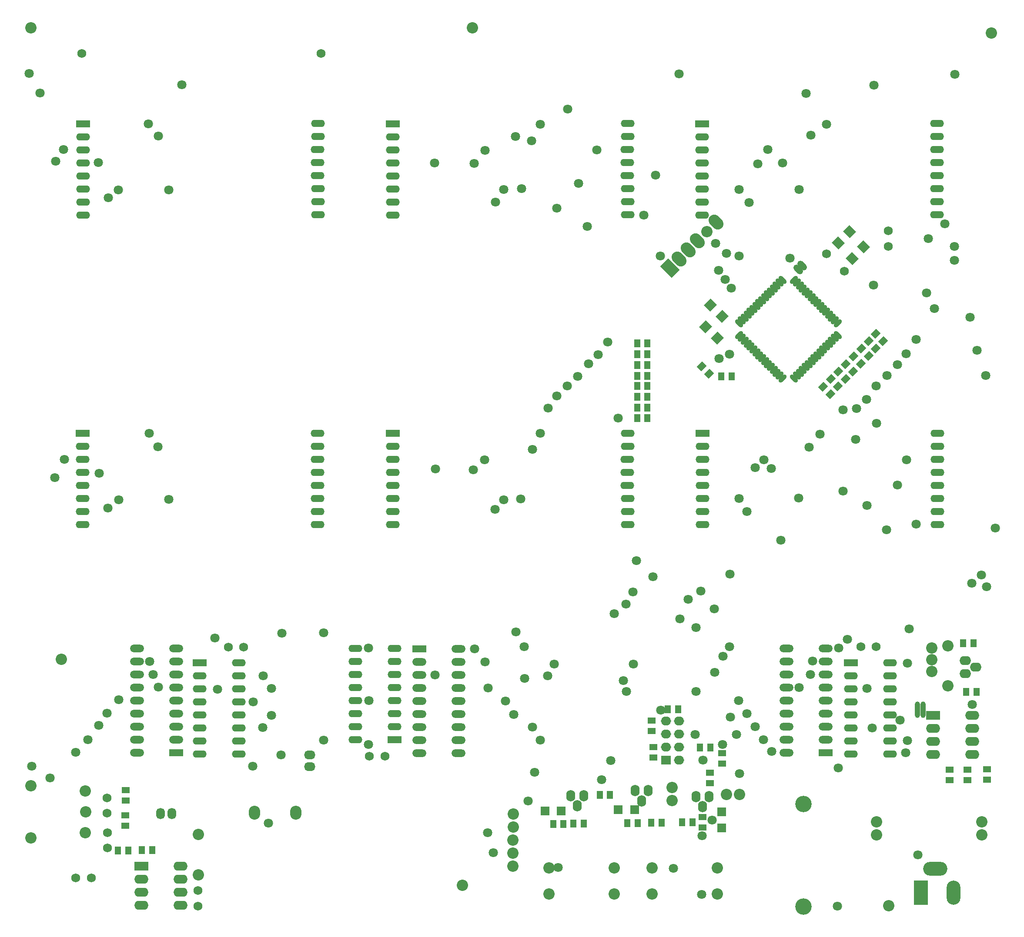
<source format=gbs>
G04*
G04 #@! TF.GenerationSoftware,Altium Limited,Altium Designer,23.3.1 (30)*
G04*
G04 Layer_Color=16711935*
%FSLAX44Y44*%
%MOMM*%
G71*
G04*
G04 #@! TF.SameCoordinates,CBA1B8D9-47E8-49AD-825A-66903E3D66A9*
G04*
G04*
G04 #@! TF.FilePolarity,Negative*
G04*
G01*
G75*
%ADD30C,1.7272*%
%ADD31C,2.2032*%
%ADD32O,1.7032X2.2032*%
%ADD33O,1.7272X2.2352*%
%ADD34R,1.9812X1.7272*%
%ADD35O,1.9812X1.7272*%
%ADD36O,1.0032X3.2032*%
%ADD37O,2.2352X1.7272*%
%ADD38O,2.2032X1.7032*%
%ADD39O,2.7432X1.7272*%
%ADD40R,2.7432X1.7272*%
%ADD41O,2.2032X2.7032*%
%ADD42O,2.7032X4.7032*%
%ADD43R,2.7032X4.7032*%
%ADD44O,4.7032X2.7032*%
%ADD45O,2.7032X1.4032*%
%ADD46R,2.7032X1.4032*%
%ADD47O,2.7432X1.4732*%
%ADD48R,2.7432X1.4732*%
%ADD49C,3.2032*%
G04:AMPARAMS|DCode=50|XSize=1.2032mm|YSize=2.2032mm|CornerRadius=0mm|HoleSize=0mm|Usage=FLASHONLY|Rotation=225.000|XOffset=0mm|YOffset=0mm|HoleType=Round|Shape=Round|*
%AMOVALD50*
21,1,1.0000,1.2032,0.0000,0.0000,315.0*
1,1,1.2032,-0.3536,0.3536*
1,1,1.2032,0.3536,-0.3536*
%
%ADD50OVALD50*%

G04:AMPARAMS|DCode=51|XSize=2.2032mm|YSize=3.2032mm|CornerRadius=0mm|HoleSize=0mm|Usage=FLASHONLY|Rotation=45.000|XOffset=0mm|YOffset=0mm|HoleType=Round|Shape=Round|*
%AMOVALD51*
21,1,1.0000,2.2032,0.0000,0.0000,135.0*
1,1,2.2032,0.3536,-0.3536*
1,1,2.2032,-0.3536,0.3536*
%
%ADD51OVALD51*%

G04:AMPARAMS|DCode=52|XSize=2.2032mm|YSize=3.2032mm|CornerRadius=0mm|HoleSize=0mm|Usage=FLASHONLY|Rotation=45.000|XOffset=0mm|YOffset=0mm|HoleType=Round|Shape=Rectangle|*
%AMROTATEDRECTD52*
4,1,4,0.3536,-1.9115,-1.9115,0.3536,-0.3536,1.9115,1.9115,-0.3536,0.3536,-1.9115,0.0*
%
%ADD52ROTATEDRECTD52*%

%ADD53C,1.8032*%
G04:AMPARAMS|DCode=94|XSize=1.7032mm|YSize=1.8032mm|CornerRadius=0mm|HoleSize=0mm|Usage=FLASHONLY|Rotation=315.000|XOffset=0mm|YOffset=0mm|HoleType=Round|Shape=Rectangle|*
%AMROTATEDRECTD94*
4,1,4,-1.2397,-0.0354,0.0354,1.2397,1.2397,0.0354,-0.0354,-1.2397,-1.2397,-0.0354,0.0*
%
%ADD94ROTATEDRECTD94*%

%ADD95R,1.5032X1.2032*%
G04:AMPARAMS|DCode=96|XSize=1.2032mm|YSize=1.5032mm|CornerRadius=0mm|HoleSize=0mm|Usage=FLASHONLY|Rotation=135.000|XOffset=0mm|YOffset=0mm|HoleType=Round|Shape=Rectangle|*
%AMROTATEDRECTD96*
4,1,4,0.9569,0.1061,-0.1061,-0.9569,-0.9569,-0.1061,0.1061,0.9569,0.9569,0.1061,0.0*
%
%ADD96ROTATEDRECTD96*%

%ADD97R,1.2032X1.5032*%
%ADD98R,1.7032X1.8032*%
G04:AMPARAMS|DCode=99|XSize=0.8532mm|YSize=1.9032mm|CornerRadius=0mm|HoleSize=0mm|Usage=FLASHONLY|Rotation=315.000|XOffset=0mm|YOffset=0mm|HoleType=Round|Shape=Round|*
%AMOVALD99*
21,1,1.0500,0.8532,0.0000,0.0000,45.0*
1,1,0.8532,-0.3712,-0.3712*
1,1,0.8532,0.3712,0.3712*
%
%ADD99OVALD99*%

G04:AMPARAMS|DCode=100|XSize=0.8532mm|YSize=1.9032mm|CornerRadius=0mm|HoleSize=0mm|Usage=FLASHONLY|Rotation=225.000|XOffset=0mm|YOffset=0mm|HoleType=Round|Shape=Round|*
%AMOVALD100*
21,1,1.0500,0.8532,0.0000,0.0000,315.0*
1,1,0.8532,-0.3712,0.3712*
1,1,0.8532,0.3712,-0.3712*
%
%ADD100OVALD100*%

G04:AMPARAMS|DCode=101|XSize=1.7032mm|YSize=1.8032mm|CornerRadius=0mm|HoleSize=0mm|Usage=FLASHONLY|Rotation=225.000|XOffset=0mm|YOffset=0mm|HoleType=Round|Shape=Rectangle|*
%AMROTATEDRECTD101*
4,1,4,-0.0354,1.2397,1.2397,-0.0354,0.0354,-1.2397,-1.2397,0.0354,-0.0354,1.2397,0.0*
%
%ADD101ROTATEDRECTD101*%

%ADD102R,1.8032X1.7032*%
D30*
X718250Y2529250D02*
D03*
X252750D02*
D03*
X479000Y898250D02*
D03*
Y868253D02*
D03*
X302500Y981250D02*
D03*
Y1011247D02*
D03*
X301750Y1078997D02*
D03*
Y1049000D02*
D03*
X1768750Y1373750D02*
D03*
X1798747Y1373750D02*
D03*
X567997Y1372500D02*
D03*
X538000Y1372500D02*
D03*
X842750Y1160000D02*
D03*
X812753Y1160000D02*
D03*
X1702438Y2139062D02*
D03*
X1736944Y2104556D02*
D03*
X1822000Y2183500D02*
D03*
Y2153501D02*
D03*
X241000Y923250D02*
D03*
X271000Y923250D02*
D03*
D31*
X1013250Y2578750D02*
D03*
X993250Y908750D02*
D03*
X213250Y1348750D02*
D03*
X1823250Y868750D02*
D03*
X2023250Y2568750D02*
D03*
X153250Y2578750D02*
D03*
X1401500Y1073500D02*
D03*
Y1098900D02*
D03*
X1091990Y945810D02*
D03*
Y971220D02*
D03*
X1092120Y996590D02*
D03*
X1092250Y1022000D02*
D03*
Y1047500D02*
D03*
X1938250Y1375500D02*
D03*
Y1297500D02*
D03*
X1906750Y1347750D02*
D03*
X1907000Y1370750D02*
D03*
Y1324750D02*
D03*
X1489430Y891560D02*
D03*
X1362430D02*
D03*
Y942360D02*
D03*
X1489430D02*
D03*
X1288680Y891560D02*
D03*
X1161680D02*
D03*
Y942360D02*
D03*
X1288680D02*
D03*
X1799250Y1007000D02*
D03*
X1799276Y1032408D02*
D03*
X2004254D02*
D03*
Y1007008D02*
D03*
X479500Y1007250D02*
D03*
Y929250D02*
D03*
X153500Y1000500D02*
D03*
X154000Y1102500D02*
D03*
X259250Y1092000D02*
D03*
X259500Y1011000D02*
D03*
X260000Y1051500D02*
D03*
X1533150Y1085750D02*
D03*
X1507750D02*
D03*
X1469092Y2182342D02*
D03*
D32*
X428250Y1048500D02*
D03*
X405710D02*
D03*
D33*
X1473700Y1081500D02*
D03*
X1461000Y1061500D02*
D03*
X1448300Y1081500D02*
D03*
X1330050Y1092750D02*
D03*
X1342750Y1072750D02*
D03*
X1355450Y1092750D02*
D03*
X1204550Y1083250D02*
D03*
X1217250Y1063250D02*
D03*
X1229950Y1083250D02*
D03*
D34*
X1389600Y1152479D02*
D03*
D35*
X1389600Y1177879D02*
D03*
Y1203279D02*
D03*
X1389600Y1228679D02*
D03*
X1415000Y1152479D02*
D03*
Y1177879D02*
D03*
X1415000Y1203279D02*
D03*
Y1228679D02*
D03*
D36*
X1879001Y1250750D02*
D03*
X1890000D02*
D03*
D37*
X1972500Y1346450D02*
D03*
X1992500Y1333750D02*
D03*
X1972500Y1321050D02*
D03*
D38*
X696000Y1139750D02*
D03*
Y1162290D02*
D03*
D39*
X1986200Y1163800D02*
D03*
Y1189200D02*
D03*
Y1214600D02*
D03*
Y1240000D02*
D03*
X1910000Y1163800D02*
D03*
Y1189200D02*
D03*
Y1214600D02*
D03*
X444950Y869300D02*
D03*
Y894700D02*
D03*
Y920100D02*
D03*
Y945500D02*
D03*
X368750Y869300D02*
D03*
X368750Y894700D02*
D03*
X368750Y920100D02*
D03*
D40*
X1910000Y1240000D02*
D03*
X368750Y945500D02*
D03*
D41*
X669000Y1049750D02*
D03*
X588500Y1049750D02*
D03*
D42*
X1949750Y894580D02*
D03*
D43*
X1885500D02*
D03*
D44*
X1913750Y940830D02*
D03*
D45*
X558200Y1164200D02*
D03*
Y1189600D02*
D03*
Y1215000D02*
D03*
Y1240400D02*
D03*
Y1265800D02*
D03*
Y1291200D02*
D03*
Y1316600D02*
D03*
Y1342000D02*
D03*
X482000Y1164200D02*
D03*
Y1189600D02*
D03*
Y1215000D02*
D03*
Y1240400D02*
D03*
Y1265800D02*
D03*
Y1291200D02*
D03*
Y1316600D02*
D03*
X785050Y1370050D02*
D03*
Y1344650D02*
D03*
Y1319250D02*
D03*
Y1293850D02*
D03*
Y1268450D02*
D03*
Y1243050D02*
D03*
Y1217650D02*
D03*
Y1192250D02*
D03*
X861250Y1370050D02*
D03*
Y1344650D02*
D03*
Y1319250D02*
D03*
Y1293850D02*
D03*
Y1268450D02*
D03*
Y1243050D02*
D03*
Y1217650D02*
D03*
X1826200Y1164200D02*
D03*
Y1189600D02*
D03*
Y1215000D02*
D03*
Y1240400D02*
D03*
Y1265800D02*
D03*
Y1291200D02*
D03*
Y1316600D02*
D03*
Y1342000D02*
D03*
X1750000Y1164200D02*
D03*
Y1189600D02*
D03*
Y1215000D02*
D03*
Y1240400D02*
D03*
Y1265800D02*
D03*
Y1291200D02*
D03*
Y1316600D02*
D03*
X712250Y2215000D02*
D03*
Y2240500D02*
D03*
Y2266000D02*
D03*
X712000Y2291250D02*
D03*
Y2316750D02*
D03*
Y2342250D02*
D03*
X712250Y2367500D02*
D03*
Y2393000D02*
D03*
X255000Y2214450D02*
D03*
Y2239850D02*
D03*
Y2265250D02*
D03*
Y2290650D02*
D03*
Y2316050D02*
D03*
Y2341450D02*
D03*
Y2366850D02*
D03*
X1315000Y2215000D02*
D03*
Y2240500D02*
D03*
Y2266000D02*
D03*
X1314750Y2291250D02*
D03*
Y2316750D02*
D03*
Y2342250D02*
D03*
X1315000Y2367500D02*
D03*
Y2393000D02*
D03*
X857750Y2214450D02*
D03*
Y2239850D02*
D03*
Y2265250D02*
D03*
Y2290650D02*
D03*
Y2316050D02*
D03*
Y2341450D02*
D03*
Y2366850D02*
D03*
X1917500Y2215000D02*
D03*
Y2240500D02*
D03*
Y2266000D02*
D03*
X1917250Y2291250D02*
D03*
Y2316750D02*
D03*
Y2342250D02*
D03*
X1917500Y2367500D02*
D03*
Y2393000D02*
D03*
X1460250Y2214450D02*
D03*
Y2239850D02*
D03*
Y2265250D02*
D03*
Y2290650D02*
D03*
Y2316050D02*
D03*
Y2341450D02*
D03*
Y2366850D02*
D03*
X712000Y1611500D02*
D03*
Y1637000D02*
D03*
Y1662500D02*
D03*
X711750Y1687750D02*
D03*
Y1713250D02*
D03*
Y1738750D02*
D03*
X712000Y1764000D02*
D03*
Y1789500D02*
D03*
X254750Y1610950D02*
D03*
Y1636350D02*
D03*
Y1661750D02*
D03*
Y1687150D02*
D03*
Y1712550D02*
D03*
Y1737950D02*
D03*
Y1763350D02*
D03*
X1315000Y1611500D02*
D03*
Y1637000D02*
D03*
Y1662500D02*
D03*
X1314750Y1687750D02*
D03*
Y1713250D02*
D03*
Y1738750D02*
D03*
X1315000Y1764000D02*
D03*
Y1789500D02*
D03*
X857750Y1610950D02*
D03*
Y1636350D02*
D03*
Y1661750D02*
D03*
Y1687150D02*
D03*
Y1712550D02*
D03*
Y1737950D02*
D03*
Y1763350D02*
D03*
X1918000Y1611500D02*
D03*
Y1637000D02*
D03*
Y1662500D02*
D03*
X1917750Y1687750D02*
D03*
Y1713250D02*
D03*
Y1738750D02*
D03*
X1918000Y1764000D02*
D03*
Y1789500D02*
D03*
X1460750Y1610950D02*
D03*
Y1636350D02*
D03*
Y1661750D02*
D03*
Y1687150D02*
D03*
Y1712550D02*
D03*
Y1737950D02*
D03*
Y1763350D02*
D03*
D46*
X482000Y1342000D02*
D03*
X861250Y1192250D02*
D03*
X1750000Y1342000D02*
D03*
X255000Y2392250D02*
D03*
X857750D02*
D03*
X1460250D02*
D03*
X254750Y1788750D02*
D03*
X857750D02*
D03*
X1460750D02*
D03*
D47*
X360300Y1370200D02*
D03*
Y1344800D02*
D03*
Y1319400D02*
D03*
Y1294000D02*
D03*
Y1268600D02*
D03*
Y1243200D02*
D03*
Y1217800D02*
D03*
Y1192400D02*
D03*
Y1167000D02*
D03*
X436500Y1370200D02*
D03*
Y1344800D02*
D03*
Y1319400D02*
D03*
Y1294000D02*
D03*
Y1268600D02*
D03*
Y1243200D02*
D03*
Y1217800D02*
D03*
Y1192400D02*
D03*
X986200Y1166050D02*
D03*
Y1191450D02*
D03*
Y1216850D02*
D03*
Y1242250D02*
D03*
Y1267650D02*
D03*
Y1293050D02*
D03*
Y1318450D02*
D03*
Y1343850D02*
D03*
Y1369250D02*
D03*
X910000Y1166050D02*
D03*
Y1191450D02*
D03*
Y1216850D02*
D03*
Y1242250D02*
D03*
Y1267650D02*
D03*
Y1293050D02*
D03*
Y1318450D02*
D03*
Y1343850D02*
D03*
X1624050Y1370200D02*
D03*
Y1344800D02*
D03*
Y1319400D02*
D03*
Y1294000D02*
D03*
Y1268600D02*
D03*
Y1243200D02*
D03*
Y1217800D02*
D03*
Y1192400D02*
D03*
Y1167000D02*
D03*
X1700250Y1370200D02*
D03*
Y1344800D02*
D03*
Y1319400D02*
D03*
Y1294000D02*
D03*
Y1268600D02*
D03*
Y1243200D02*
D03*
Y1217800D02*
D03*
Y1192400D02*
D03*
D48*
X436500Y1167000D02*
D03*
X910000Y1369250D02*
D03*
X1700250Y1167000D02*
D03*
D49*
X1657000Y1067330D02*
D03*
X1657000Y867330D02*
D03*
D50*
X1646785Y2108535D02*
D03*
X1654562Y2116312D02*
D03*
D51*
X1487053Y2200303D02*
D03*
X1433171Y2146421D02*
D03*
X1415211Y2128461D02*
D03*
X1451132Y2164382D02*
D03*
D52*
X1397250Y2110500D02*
D03*
D53*
X1876500Y1612000D02*
D03*
X512000Y1390750D02*
D03*
X1532500Y1126500D02*
D03*
X1648500Y1294000D02*
D03*
X1671250Y1319000D02*
D03*
X1325790Y1479960D02*
D03*
X1613000Y1581250D02*
D03*
X2030500Y1604250D02*
D03*
X1500823Y1354816D02*
D03*
X1513500Y1373000D02*
D03*
X1515164Y1236664D02*
D03*
X1985750Y1260500D02*
D03*
X1985000Y1497000D02*
D03*
X1507500Y2139500D02*
D03*
X1532250Y2134750D02*
D03*
X1379000Y2134500D02*
D03*
X422000Y2263000D02*
D03*
X323750Y2263500D02*
D03*
X1734250Y1835250D02*
D03*
X1689582Y1787587D02*
D03*
X1758836Y1777337D02*
D03*
X1760250Y1837750D02*
D03*
X1780500Y1648750D02*
D03*
X1780000Y1855250D02*
D03*
X1799750Y1808750D02*
D03*
X1799000Y1881000D02*
D03*
X1820000Y1901500D02*
D03*
X1840500Y1688000D02*
D03*
X1840000Y1923250D02*
D03*
X1858000Y1737750D02*
D03*
X1857500Y1944250D02*
D03*
X1876500Y1972250D02*
D03*
X1951250Y2126250D02*
D03*
X1702000Y2391000D02*
D03*
X1648500Y2264250D02*
D03*
X1616500Y2315750D02*
D03*
X1587500Y2341750D02*
D03*
X1551500Y2239000D02*
D03*
X1532000Y2264250D02*
D03*
X1144750Y2391250D02*
D03*
X1108250Y2265750D02*
D03*
X1074250Y2263750D02*
D03*
X1037750Y2340500D02*
D03*
X1057500Y2239500D02*
D03*
X1016000Y2315250D02*
D03*
X939000Y2315500D02*
D03*
X202000Y2319250D02*
D03*
X216750Y2342250D02*
D03*
X285250Y2316500D02*
D03*
X401750Y2368250D02*
D03*
X382500Y2392000D02*
D03*
X200000Y1702750D02*
D03*
X218500Y1738250D02*
D03*
X264500Y1192500D02*
D03*
X286500Y1711500D02*
D03*
X285750Y1220500D02*
D03*
X302000Y1244000D02*
D03*
X324750Y1660000D02*
D03*
X324250Y1269750D02*
D03*
X401750Y1294750D02*
D03*
X391500Y1319500D02*
D03*
X422000Y1660750D02*
D03*
X401250Y1763250D02*
D03*
X383750Y1789000D02*
D03*
X385000Y1344750D02*
D03*
X1144750Y1788750D02*
D03*
X1130000Y1216750D02*
D03*
X1077250Y1267250D02*
D03*
X1107250Y1661000D02*
D03*
X1093750Y1241500D02*
D03*
X1036750Y1737250D02*
D03*
X1037850Y1343850D02*
D03*
X1017250Y1369250D02*
D03*
X940250Y1318250D02*
D03*
X1579577Y1192558D02*
D03*
X723750Y1400750D02*
D03*
X1781000Y1292250D02*
D03*
X811000Y1370500D02*
D03*
X811450Y1268450D02*
D03*
X810500Y1183000D02*
D03*
X622000Y1292000D02*
D03*
Y1240000D02*
D03*
X604500Y1215750D02*
D03*
X605500Y1316500D02*
D03*
X586250Y1266000D02*
D03*
X585750Y1140930D02*
D03*
X723750Y1191750D02*
D03*
X1859750Y1190750D02*
D03*
Y1341000D02*
D03*
X1675000Y1345250D02*
D03*
X1668000Y1762250D02*
D03*
X1531750Y1662250D02*
D03*
X1531500Y1268250D02*
D03*
X1547300Y1637050D02*
D03*
Y1243200D02*
D03*
X1563750Y1217500D02*
D03*
X1580250Y1737250D02*
D03*
X1379500Y1249500D02*
D03*
X1446750Y1202250D02*
D03*
X1276250Y1966750D02*
D03*
X1258000Y1942250D02*
D03*
X1255000Y2341500D02*
D03*
X1239250Y1924500D02*
D03*
X1217500Y1900250D02*
D03*
X1219309Y2276111D02*
D03*
X1197750Y1881750D02*
D03*
X1198250Y2420500D02*
D03*
X1177500Y1861750D02*
D03*
Y2227560D02*
D03*
X1160250Y1838250D02*
D03*
X1097000Y2367000D02*
D03*
X1369250Y2292250D02*
D03*
X1296250Y1818630D02*
D03*
X1568000Y2314250D02*
D03*
X1128500Y2358750D02*
D03*
X304000Y2247750D02*
D03*
X1236500Y2192000D02*
D03*
X1346250Y2214000D02*
D03*
X1563500Y1722500D02*
D03*
X303250Y1643250D02*
D03*
X941000Y1720000D02*
D03*
X1014500Y1717750D02*
D03*
X1734750Y1676500D02*
D03*
X1594750Y1720250D02*
D03*
X1819250Y1600750D02*
D03*
X1790750Y1215000D02*
D03*
X1845250Y1230500D02*
D03*
X1461333Y1152396D02*
D03*
X1981750Y2015250D02*
D03*
X1516500Y2071500D02*
D03*
X1504500Y2088750D02*
D03*
X1416750Y1428000D02*
D03*
X1513074Y1942845D02*
D03*
X1492750Y1934750D02*
D03*
X1491823Y2106853D02*
D03*
X1486500Y2159000D02*
D03*
X1863250Y1408250D02*
D03*
X1995250Y1951000D02*
D03*
X1912250Y2032250D02*
D03*
X1900500Y2168250D02*
D03*
X1932500Y2197000D02*
D03*
X1631000Y2130750D02*
D03*
X1662750Y2451500D02*
D03*
X171000Y2452250D02*
D03*
X240750Y1168000D02*
D03*
X190500Y1117500D02*
D03*
X616000Y1029250D02*
D03*
X642250Y1400000D02*
D03*
X640790Y1162290D02*
D03*
X1856000Y1166750D02*
D03*
X1723750Y868250D02*
D03*
X1145250Y1191750D02*
D03*
X1526750Y1202250D02*
D03*
X1448250Y1410500D02*
D03*
Y1286250D02*
D03*
X1312500D02*
D03*
X1499750Y1182750D02*
D03*
X1311500Y1456000D02*
D03*
X1332500Y1541250D02*
D03*
X1364000Y1509750D02*
D03*
X1289250Y1437500D02*
D03*
X1264500Y1114000D02*
D03*
X1725250Y1137250D02*
D03*
X1726000Y1371000D02*
D03*
X1460000Y1005000D02*
D03*
X1459000Y890750D02*
D03*
X1053500Y971750D02*
D03*
X1097554Y1401818D02*
D03*
X1282500Y1151500D02*
D03*
X1404250Y941750D02*
D03*
X155430Y1140930D02*
D03*
X1672000Y2370000D02*
D03*
X1415000Y2489000D02*
D03*
X1897000Y2062250D02*
D03*
X1793250Y2077750D02*
D03*
X1794250Y2467000D02*
D03*
X517250Y1290500D02*
D03*
X1951250Y2153314D02*
D03*
X1951750Y2488500D02*
D03*
X150000Y2490000D02*
D03*
X447250Y2468250D02*
D03*
X1180000Y943250D02*
D03*
X1121250Y1073000D02*
D03*
X1306500Y1307250D02*
D03*
X1326000Y1339750D02*
D03*
X1134000Y1128500D02*
D03*
X1742500Y1387750D02*
D03*
X1880250Y968000D02*
D03*
X1073750Y1660000D02*
D03*
X1114250Y1311750D02*
D03*
X1114000Y1373250D02*
D03*
X1043500Y1293000D02*
D03*
X1057000Y1641250D02*
D03*
X1043000Y1010750D02*
D03*
X1172500Y1339750D02*
D03*
X1159540Y1316710D02*
D03*
X1647750Y1662750D02*
D03*
X1484500Y1323250D02*
D03*
X1479500Y1035250D02*
D03*
X1514000Y1514500D02*
D03*
X1433250Y1465500D02*
D03*
X1457250Y1482000D02*
D03*
X1483750Y1447000D02*
D03*
X2014000Y1490500D02*
D03*
X2012250Y1902000D02*
D03*
X2003250Y1513000D02*
D03*
X1595250Y1169000D02*
D03*
X1130000Y1758000D02*
D03*
D94*
X1466686Y1996814D02*
D03*
X1489314Y1974186D02*
D03*
X1476186Y2039314D02*
D03*
X1498814Y2016686D02*
D03*
D95*
X1365500Y1157500D02*
D03*
Y1177700D02*
D03*
X1499150Y1145900D02*
D03*
Y1166100D02*
D03*
X1361650Y1208900D02*
D03*
Y1229100D02*
D03*
X337350Y1044850D02*
D03*
Y1024650D02*
D03*
X1941850Y1113400D02*
D03*
Y1133600D02*
D03*
X1976600Y1113650D02*
D03*
Y1133850D02*
D03*
X2014600Y1114650D02*
D03*
Y1134850D02*
D03*
X1475650Y1107900D02*
D03*
Y1128100D02*
D03*
X337850Y1093600D02*
D03*
Y1073400D02*
D03*
X1461150Y1021400D02*
D03*
Y1041600D02*
D03*
D96*
X1473748Y1905464D02*
D03*
X1459464Y1919748D02*
D03*
X1798244Y1954299D02*
D03*
X1783961Y1968583D02*
D03*
X1768748Y1924464D02*
D03*
X1754464Y1938748D02*
D03*
X1784248Y1940214D02*
D03*
X1769964Y1954498D02*
D03*
X1753692Y1909747D02*
D03*
X1739409Y1924031D02*
D03*
X1739020Y1895075D02*
D03*
X1724736Y1909358D02*
D03*
X1724524Y1880579D02*
D03*
X1710240Y1894863D02*
D03*
X1709498Y1865553D02*
D03*
X1695214Y1879837D02*
D03*
X1812248Y1968964D02*
D03*
X1797964Y1983248D02*
D03*
D97*
X1517600Y1900400D02*
D03*
X1497400D02*
D03*
X1974150Y1285350D02*
D03*
X1994350D02*
D03*
X1968150Y1380600D02*
D03*
X1988350D02*
D03*
X1170150Y1028350D02*
D03*
X1190350D02*
D03*
X1209650Y1029100D02*
D03*
X1229850D02*
D03*
X1260650Y1084850D02*
D03*
X1280850D02*
D03*
X1314150Y1029600D02*
D03*
X1334350D02*
D03*
X1441100Y1031400D02*
D03*
X1420900D02*
D03*
X369650Y976850D02*
D03*
X389850D02*
D03*
X323300Y976250D02*
D03*
X343500D02*
D03*
X1393150Y1251350D02*
D03*
X1413350Y1251350D02*
D03*
X1333496Y1964594D02*
D03*
X1353696D02*
D03*
X1333496Y1943081D02*
D03*
X1353696D02*
D03*
X1333496Y1922045D02*
D03*
X1353696D02*
D03*
X1333496Y1901008D02*
D03*
X1353696D02*
D03*
X1333496Y1881032D02*
D03*
X1353696D02*
D03*
X1333496Y1860600D02*
D03*
X1353696D02*
D03*
X1333496Y1839313D02*
D03*
X1353696D02*
D03*
X1333496Y1818630D02*
D03*
X1353696D02*
D03*
X1456150Y1176600D02*
D03*
X1476350D02*
D03*
X1361150Y1030850D02*
D03*
X1381350D02*
D03*
D98*
X1297000Y1055500D02*
D03*
X1329000Y1055500D02*
D03*
X1154000Y1053250D02*
D03*
X1186000Y1053250D02*
D03*
D99*
X1531584Y1980686D02*
D03*
X1537240Y1975029D02*
D03*
X1542897Y1969373D02*
D03*
X1548554Y1963716D02*
D03*
X1554211Y1958059D02*
D03*
X1559868Y1952402D02*
D03*
X1565525Y1946745D02*
D03*
X1571181Y1941088D02*
D03*
X1576838Y1935432D02*
D03*
X1582495Y1929775D02*
D03*
X1588152Y1924118D02*
D03*
X1593809Y1918461D02*
D03*
X1599466Y1912804D02*
D03*
X1605123Y1907147D02*
D03*
X1610780Y1901490D02*
D03*
X1616436Y1895833D02*
D03*
X1723917Y2003314D02*
D03*
X1718260Y2008971D02*
D03*
X1712603Y2014627D02*
D03*
X1706946Y2020284D02*
D03*
X1701289Y2025941D02*
D03*
X1695632Y2031598D02*
D03*
X1689975Y2037255D02*
D03*
X1684319Y2042912D02*
D03*
X1678662Y2048569D02*
D03*
X1673005Y2054225D02*
D03*
X1667348Y2059882D02*
D03*
X1661691Y2065539D02*
D03*
X1656034Y2071196D02*
D03*
X1650377Y2076853D02*
D03*
X1644721Y2082510D02*
D03*
X1639064Y2088167D02*
D03*
D100*
Y1895833D02*
D03*
X1644721Y1901490D02*
D03*
X1650377Y1907147D02*
D03*
X1656034Y1912804D02*
D03*
X1661691Y1918461D02*
D03*
X1667348Y1924118D02*
D03*
X1673005Y1929775D02*
D03*
X1678662Y1935432D02*
D03*
X1684319Y1941088D02*
D03*
X1689975Y1946745D02*
D03*
X1695632Y1952402D02*
D03*
X1701289Y1958059D02*
D03*
X1706946Y1963716D02*
D03*
X1712603Y1969373D02*
D03*
X1718260Y1975029D02*
D03*
X1723916Y1980686D02*
D03*
X1616436Y2088167D02*
D03*
X1610780Y2082510D02*
D03*
X1605123Y2076853D02*
D03*
X1599466Y2071196D02*
D03*
X1593809Y2065539D02*
D03*
X1588152Y2059882D02*
D03*
X1582495Y2054225D02*
D03*
X1576838Y2048569D02*
D03*
X1571181Y2042912D02*
D03*
X1565525Y2037255D02*
D03*
X1559868Y2031598D02*
D03*
X1554211Y2025941D02*
D03*
X1548554Y2020284D02*
D03*
X1542897Y2014627D02*
D03*
X1537240Y2008971D02*
D03*
X1531584Y2003314D02*
D03*
D101*
X1747314Y2182314D02*
D03*
X1724686Y2159686D02*
D03*
X1774564Y2152314D02*
D03*
X1751936Y2129686D02*
D03*
D102*
X1498500Y1020000D02*
D03*
X1498500Y1052000D02*
D03*
M02*

</source>
